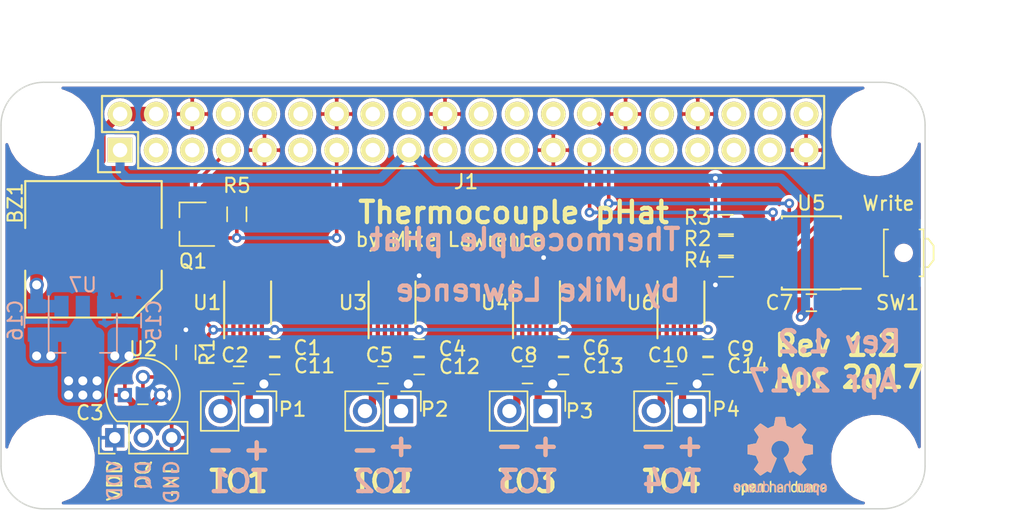
<source format=kicad_pcb>
(kicad_pcb (version 4) (host pcbnew 4.0.5)
  (layers (0 F.Cu signal) (31 B.Cu signal) (34 B.Paste user hide) (35 F.Paste user hide) (36 B.SilkS user) (37 F.SilkS user) (38 B.Mask user hide) (39 F.Mask user hide) (44 Edge.Cuts user))
  (net 0 "")
  (net 1 "Net-(J1-Pad36)")
  (net 2 "Net-(J1-Pad40)")
  (net 3 "Net-(J1-Pad38)")
  (net 4 "Net-(J1-Pad18)")
  (net 5 "Net-(J1-Pad24)")
  (net 6 "Net-(J1-Pad22)")
  (net 7 "Net-(J1-Pad32)")
  (net 8 "Net-(J1-Pad26)")
  (net 9 "Net-(J1-Pad12)")
  (net 10 "Net-(J1-Pad16)")
  (net 11 "Net-(J1-Pad37)")
  (net 12 "Net-(J1-Pad33)")
  (net 13 "Net-(J1-Pad35)")
  (net 14 "Net-(J1-Pad31)")
  (net 15 "Net-(J1-Pad23)")
  (net 16 "Net-(J1-Pad21)")
  (net 17 "Net-(J1-Pad19)")
  (net 18 "Net-(J1-Pad3)")
  (net 19 "Net-(J1-Pad5)")
  (net 20 "Net-(J1-Pad15)")
  (net 21 "Net-(J1-Pad11)")
  (net 22 GND)
  (net 23 +3V3)
  (net 24 /ID_SC)
  (net 25 /ID_SD)
  (net 26 /W1)
  (net 27 "Net-(R4-Pad2)")
  (net 28 /TC1-)
  (net 29 /TC1+)
  (net 30 /TC2-)
  (net 31 /TC2+)
  (net 32 /TC3-)
  (net 33 /TC3+)
  (net 34 /TC4-)
  (net 35 /TC4+)
  (net 36 +5V)
  (net 37 "Net-(BZ1-Pad2)")
  (net 38 /ALERT)
  (net 39 "Net-(J1-Pad29)")
  (net 40 "Net-(J1-Pad10)")
  (net 41 "Net-(J1-Pad8)")
  (net 42 +3.3VA)
  (module Capacitors_SMD:C_0805 (layer B.Cu) (at 21.5 41.25 90)
    (fp_text reference C15 (at 0 1.75 270) (layer B.SilkS) (effects (justify mirror)))
    (fp_text value 2.2uF hide)
    (pad 1 smd rect (at -1 0 90) (size 1 1.25) (layers B.Cu B.Paste B.Mask) (net 22 GND))
    (pad 2 smd rect (at 1 0 90) (size 1 1.25) (layers B.Cu B.Paste B.Mask) (net 42 +3.3VA))
  )
  (module Pin_Headers:Pin_Header_Straight_1x03_Pitch2.00mm (layer F.Cu) (at 20.5 49.5 90)
    (fp_text reference P6 hide)
    (fp_text value CONN_01X03 hide)
    (pad 1 thru_hole rect (at 0 0 90) (size 1.35 1.35) (drill 0.8) (layers *.Cu *.Mask) (net 42 +3.3VA))
    (pad 2 thru_hole oval (at 0 2 90) (size 1.35 1.35) (drill 0.8) (layers *.Cu *.Mask) (net 26 /W1))
    (pad 3 thru_hole oval (at 0 4 90) (size 1.35 1.35) (drill 0.8) (layers *.Cu *.Mask) (net 22 GND))
  )
  (module Symbols:OSHW-Logo2_7.3x6mm_SilkScreen (layer B.Cu) (at 67.31 50.8 180)
    (fp_text reference REF*** hide)
    (fp_text value OSHW-Logo2_7.3x6mm_SilkScreen hide)
  )
  (module Capacitors_SMD:C_0603 (layer F.Cu) (at 29.21 45.085 180)
    (fp_text reference C2 (at 0.254 1.397 180) (layer F.SilkS))
    (fp_text value 10nF hide)
    (pad 1 smd rect (at -0.75 0 180) (size 0.8 0.75) (layers F.Cu F.Paste F.Mask) (net 29 /TC1+))
    (pad 2 smd rect (at 0.75 0 180) (size 0.8 0.75) (layers F.Cu F.Paste F.Mask) (net 28 /TC1-))
  )
  (module Pin_Headers:Pin_Header_Straight_1x02_Pitch2.54mm (layer F.Cu) (at 60.96 47.625 270)
    (fp_text reference P4 (at -0.125 -2.54 360) (layer F.SilkS))
    (fp_text value CONN_01X02 hide)
    (pad 1 thru_hole rect (at 0 0 270) (size 1.7 1.7) (drill 1) (layers *.Cu *.Mask) (net 35 /TC4+))
    (pad 2 thru_hole oval (at 0 2.54 270) (size 1.7 1.7) (drill 1) (layers *.Cu *.Mask) (net 34 /TC4-))
  )
  (module Housings_DFN_QFN_ML:TDFN-10-1EP_3x4mm_Pitch0.5mm (layer F.Cu) (at 29.845 40.005 90)
    (fp_text reference U1 (at 0.005 -2.845 360) (layer F.SilkS))
    (fp_text value MAX31850K hide)
    (pad 1 smd rect (at -1.92 -1 90) (size 0.79 0.3) (layers F.Cu F.Paste F.Mask) (net 22 GND))
    (pad 2 smd rect (at -1.92 -0.5 90) (size 0.79 0.3) (layers F.Cu F.Paste F.Mask) (net 28 /TC1-))
    (pad 3 smd rect (at -1.92 0 90) (size 0.79 0.3) (layers F.Cu F.Paste F.Mask) (net 29 /TC1+))
    (pad 4 smd rect (at -1.92 0.5 90) (size 0.79 0.3) (layers F.Cu F.Paste F.Mask) (net 42 +3.3VA))
    (pad 5 smd rect (at -1.92 1 90) (size 0.79 0.3) (layers F.Cu F.Paste F.Mask) (net 26 /W1))
    (pad 6 smd rect (at 1.92 1 90) (size 0.79 0.3) (layers F.Cu F.Paste F.Mask) (net 22 GND))
    (pad 7 smd rect (at 1.92 0.5 90) (size 0.79 0.3) (layers F.Cu F.Paste F.Mask) (net 22 GND))
    (pad 8 smd rect (at 1.92 0 90) (size 0.79 0.3) (layers F.Cu F.Paste F.Mask) (net 22 GND))
    (pad 9 smd rect (at 1.92 -0.5 90) (size 0.79 0.3) (layers F.Cu F.Paste F.Mask) (net 22 GND))
    (pad 10 smd rect (at 1.92 -1 90) (size 0.79 0.3) (layers F.Cu F.Paste F.Mask))
    (pad 11 smd rect (at 0.65 0.575 90) (size 1.3 1.15) (layers F.Cu F.Paste F.Mask) (net 22 GND))
    (pad 11 smd rect (at 0.65 -0.575 90) (size 1.3 1.15) (layers F.Cu F.Paste F.Mask) (net 22 GND))
    (pad 11 smd rect (at -0.65 0.575 90) (size 1.3 1.15) (layers F.Cu F.Paste F.Mask) (net 22 GND))
    (pad 11 smd rect (at -0.65 -0.575 90) (size 1.3 1.15) (layers F.Cu F.Paste F.Mask) (net 22 GND))
  )
  (module RPi_Hat:RPi_Hat_Mounting_Hole (layer F.Cu) (at 16 51)
    (fp_text reference "" hide)
    (fp_text value "" hide)
    (pad "" np_thru_hole circle (at 0 0) (size 2.75 2.75) (drill 2.75) (layers *.Cu *.Mask) (clearance 1.725))
  )
  (module RPi_Hat:RPi_Hat_Mounting_Hole (layer F.Cu) (at 74 28)
    (fp_text reference "" hide)
    (fp_text value "" hide)
    (pad "" np_thru_hole circle (at 0 0) (size 2.75 2.75) (drill 2.75) (layers *.Cu *.Mask) (clearance 1.725))
  )
  (module RPi_Hat:RPi_Hat_Mounting_Hole (layer F.Cu) (at 74 51)
    (fp_text reference "" hide)
    (fp_text value "" hide)
    (pad "" np_thru_hole circle (at 0 0) (size 2.75 2.75) (drill 2.75) (layers *.Cu *.Mask) (clearance 1.725))
  )
  (module RPi_Hat:RPi_Hat_Mounting_Hole (layer F.Cu) (at 16 28)
    (fp_text reference "" hide)
    (fp_text value "" hide)
    (pad "" np_thru_hole circle (at 0 0) (size 2.75 2.75) (drill 2.75) (layers *.Cu *.Mask) (clearance 1.725))
  )
  (module Capacitors_SMD:C_0603 (layer F.Cu) (at 31.75 43.18 180)
    (fp_text reference C1 (at -2.286 0 180) (layer F.SilkS))
    (fp_text value 0.1uF hide)
    (pad 1 smd rect (at -0.75 0 180) (size 0.8 0.75) (layers F.Cu F.Paste F.Mask) (net 22 GND))
    (pad 2 smd rect (at 0.75 0 180) (size 0.8 0.75) (layers F.Cu F.Paste F.Mask) (net 42 +3.3VA))
  )
  (module Capacitors_SMD:C_0603 (layer F.Cu) (at 41.91 43.18 180)
    (fp_text reference C4 (at -2.34 -0.07 180) (layer F.SilkS))
    (fp_text value 0.1uF hide)
    (pad 1 smd rect (at -0.75 0 180) (size 0.8 0.75) (layers F.Cu F.Paste F.Mask) (net 22 GND))
    (pad 2 smd rect (at 0.75 0 180) (size 0.8 0.75) (layers F.Cu F.Paste F.Mask) (net 42 +3.3VA))
  )
  (module Capacitors_SMD:C_0603 (layer F.Cu) (at 39.37 45.085 180)
    (fp_text reference C5 (at 0.254 1.397 180) (layer F.SilkS))
    (fp_text value 10nF hide)
    (pad 1 smd rect (at -0.75 0 180) (size 0.8 0.75) (layers F.Cu F.Paste F.Mask) (net 31 /TC2+))
    (pad 2 smd rect (at 0.75 0 180) (size 0.8 0.75) (layers F.Cu F.Paste F.Mask) (net 30 /TC2-))
  )
  (module Capacitors_SMD:C_0603 (layer F.Cu) (at 52.07 43.18 180)
    (fp_text reference C6 (at -2.286 0 180) (layer F.SilkS))
    (fp_text value 0.1uF hide)
    (pad 1 smd rect (at -0.75 0 180) (size 0.8 0.75) (layers F.Cu F.Paste F.Mask) (net 22 GND))
    (pad 2 smd rect (at 0.75 0 180) (size 0.8 0.75) (layers F.Cu F.Paste F.Mask) (net 42 +3.3VA))
  )
  (module Capacitors_SMD:C_0603 (layer F.Cu) (at 69.5 40)
    (fp_text reference C7 (at -2.25 0) (layer F.SilkS))
    (fp_text value 0.1uF hide)
    (pad 1 smd rect (at -0.75 0) (size 0.8 0.75) (layers F.Cu F.Paste F.Mask) (net 23 +3V3))
    (pad 2 smd rect (at 0.75 0) (size 0.8 0.75) (layers F.Cu F.Paste F.Mask) (net 22 GND))
  )
  (module Capacitors_SMD:C_0603 (layer F.Cu) (at 49.53 45.085 180)
    (fp_text reference C8 (at 0.254 1.397 180) (layer F.SilkS))
    (fp_text value 10nF hide)
    (pad 1 smd rect (at -0.75 0 180) (size 0.8 0.75) (layers F.Cu F.Paste F.Mask) (net 33 /TC3+))
    (pad 2 smd rect (at 0.75 0 180) (size 0.8 0.75) (layers F.Cu F.Paste F.Mask) (net 32 /TC3-))
  )
  (module Capacitors_SMD:C_0603 (layer F.Cu) (at 62.23 43.18 180)
    (fp_text reference C9 (at -2.286 -0.07 180) (layer F.SilkS))
    (fp_text value 0.1uF hide)
    (pad 1 smd rect (at -0.75 0 180) (size 0.8 0.75) (layers F.Cu F.Paste F.Mask) (net 22 GND))
    (pad 2 smd rect (at 0.75 0 180) (size 0.8 0.75) (layers F.Cu F.Paste F.Mask) (net 42 +3.3VA))
  )
  (module Capacitors_SMD:C_0603 (layer F.Cu) (at 59.69 45.085 180)
    (fp_text reference C10 (at 0.254 1.397 180) (layer F.SilkS))
    (fp_text value 10nF hide)
    (pad 1 smd rect (at -0.75 0 180) (size 0.8 0.75) (layers F.Cu F.Paste F.Mask) (net 35 /TC4+))
    (pad 2 smd rect (at 0.75 0 180) (size 0.8 0.75) (layers F.Cu F.Paste F.Mask) (net 34 /TC4-))
  )
  (module Resistors_SMD:R_0603 (layer F.Cu) (at 25.5 43.5 90)
    (fp_text reference R1 (at 0 1.5 270) (layer F.SilkS))
    (fp_text value 4.7k hide)
    (pad 1 smd rect (at -0.75 0 90) (size 0.5 0.9) (layers F.Cu F.Paste F.Mask) (net 26 /W1))
    (pad 2 smd rect (at 0.75 0 90) (size 0.5 0.9) (layers F.Cu F.Paste F.Mask) (net 42 +3.3VA))
  )
  (module Resistors_SMD:R_0603 (layer F.Cu) (at 63.5 36)
    (fp_text reference R2 (at -2 -0.5) (layer F.SilkS))
    (fp_text value 3.9k hide)
    (pad 1 smd rect (at -0.75 0) (size 0.5 0.9) (layers F.Cu F.Paste F.Mask) (net 23 +3V3))
    (pad 2 smd rect (at 0.75 0) (size 0.5 0.9) (layers F.Cu F.Paste F.Mask) (net 24 /ID_SC))
  )
  (module Resistors_SMD:R_0603 (layer F.Cu) (at 63.5 34.5)
    (fp_text reference R3 (at -2 -0.5) (layer F.SilkS))
    (fp_text value 3.9k hide)
    (pad 1 smd rect (at -0.75 0) (size 0.5 0.9) (layers F.Cu F.Paste F.Mask) (net 23 +3V3))
    (pad 2 smd rect (at 0.75 0) (size 0.5 0.9) (layers F.Cu F.Paste F.Mask) (net 25 /ID_SD))
  )
  (module Resistors_SMD:R_0603 (layer F.Cu) (at 63.5 37.5)
    (fp_text reference R4 (at -2 -0.5) (layer F.SilkS))
    (fp_text value 1k hide)
    (pad 1 smd rect (at -0.75 0) (size 0.5 0.9) (layers F.Cu F.Paste F.Mask) (net 23 +3V3))
    (pad 2 smd rect (at 0.75 0) (size 0.5 0.9) (layers F.Cu F.Paste F.Mask) (net 27 "Net-(R4-Pad2)"))
  )
  (module Buttons_Switches_SMD:SW_SPST_B3U-3000P-B (layer F.Cu) (at 76 36.5 270)
    (fp_text reference SW1 (at 3.505 0.435 540) (layer F.SilkS))
    (fp_text value Write hide)
    (pad 1 smd rect (at -1.7 0 270) (size 0.9 1.7) (layers F.Cu F.Paste F.Mask) (net 27 "Net-(R4-Pad2)"))
    (pad 2 smd rect (at 1.7 0 270) (size 0.9 1.7) (layers F.Cu F.Paste F.Mask) (net 22 GND))
    (pad "" np_thru_hole circle (at 0 0 270) (size 0.8 0.8) (drill 0.8) (layers *.Cu *.Mask))
  )
  (module Housings_DFN_QFN_ML:TDFN-10-1EP_3x4mm_Pitch0.5mm (layer F.Cu) (at 40.005 40.005 90)
    (fp_text reference U3 (at 0.005 -2.755 360) (layer F.SilkS))
    (fp_text value MAX31850K hide)
    (pad 1 smd rect (at -1.92 -1 90) (size 0.79 0.3) (layers F.Cu F.Paste F.Mask) (net 22 GND))
    (pad 2 smd rect (at -1.92 -0.5 90) (size 0.79 0.3) (layers F.Cu F.Paste F.Mask) (net 30 /TC2-))
    (pad 3 smd rect (at -1.92 0 90) (size 0.79 0.3) (layers F.Cu F.Paste F.Mask) (net 31 /TC2+))
    (pad 4 smd rect (at -1.92 0.5 90) (size 0.79 0.3) (layers F.Cu F.Paste F.Mask) (net 42 +3.3VA))
    (pad 5 smd rect (at -1.92 1 90) (size 0.79 0.3) (layers F.Cu F.Paste F.Mask) (net 26 /W1))
    (pad 6 smd rect (at 1.92 1 90) (size 0.79 0.3) (layers F.Cu F.Paste F.Mask) (net 42 +3.3VA))
    (pad 7 smd rect (at 1.92 0.5 90) (size 0.79 0.3) (layers F.Cu F.Paste F.Mask) (net 22 GND))
    (pad 8 smd rect (at 1.92 0 90) (size 0.79 0.3) (layers F.Cu F.Paste F.Mask) (net 22 GND))
    (pad 9 smd rect (at 1.92 -0.5 90) (size 0.79 0.3) (layers F.Cu F.Paste F.Mask) (net 22 GND))
    (pad 10 smd rect (at 1.92 -1 90) (size 0.79 0.3) (layers F.Cu F.Paste F.Mask))
    (pad 11 smd rect (at 0.65 0.575 90) (size 1.3 1.15) (layers F.Cu F.Paste F.Mask) (net 22 GND))
    (pad 11 smd rect (at 0.65 -0.575 90) (size 1.3 1.15) (layers F.Cu F.Paste F.Mask) (net 22 GND))
    (pad 11 smd rect (at -0.65 0.575 90) (size 1.3 1.15) (layers F.Cu F.Paste F.Mask) (net 22 GND))
    (pad 11 smd rect (at -0.65 -0.575 90) (size 1.3 1.15) (layers F.Cu F.Paste F.Mask) (net 22 GND))
  )
  (module Housings_DFN_QFN_ML:TDFN-10-1EP_3x4mm_Pitch0.5mm (layer F.Cu) (at 50.165 40 90)
    (fp_text reference U4 (at 0 -2.915 360) (layer F.SilkS))
    (fp_text value MAX31850K hide)
    (pad 1 smd rect (at -1.92 -1 90) (size 0.79 0.3) (layers F.Cu F.Paste F.Mask) (net 22 GND))
    (pad 2 smd rect (at -1.92 -0.5 90) (size 0.79 0.3) (layers F.Cu F.Paste F.Mask) (net 32 /TC3-))
    (pad 3 smd rect (at -1.92 0 90) (size 0.79 0.3) (layers F.Cu F.Paste F.Mask) (net 33 /TC3+))
    (pad 4 smd rect (at -1.92 0.5 90) (size 0.79 0.3) (layers F.Cu F.Paste F.Mask) (net 42 +3.3VA))
    (pad 5 smd rect (at -1.92 1 90) (size 0.79 0.3) (layers F.Cu F.Paste F.Mask) (net 26 /W1))
    (pad 6 smd rect (at 1.92 1 90) (size 0.79 0.3) (layers F.Cu F.Paste F.Mask) (net 22 GND))
    (pad 7 smd rect (at 1.92 0.5 90) (size 0.79 0.3) (layers F.Cu F.Paste F.Mask) (net 42 +3.3VA))
    (pad 8 smd rect (at 1.92 0 90) (size 0.79 0.3) (layers F.Cu F.Paste F.Mask) (net 22 GND))
    (pad 9 smd rect (at 1.92 -0.5 90) (size 0.79 0.3) (layers F.Cu F.Paste F.Mask) (net 22 GND))
    (pad 10 smd rect (at 1.92 -1 90) (size 0.79 0.3) (layers F.Cu F.Paste F.Mask))
    (pad 11 smd rect (at 0.65 0.575 90) (size 1.3 1.15) (layers F.Cu F.Paste F.Mask) (net 22 GND))
    (pad 11 smd rect (at 0.65 -0.575 90) (size 1.3 1.15) (layers F.Cu F.Paste F.Mask) (net 22 GND))
    (pad 11 smd rect (at -0.65 0.575 90) (size 1.3 1.15) (layers F.Cu F.Paste F.Mask) (net 22 GND))
    (pad 11 smd rect (at -0.65 -0.575 90) (size 1.3 1.15) (layers F.Cu F.Paste F.Mask) (net 22 GND))
  )
  (module Housings_SOIC:SOIC-8_3.9x4.9mm_Pitch1.27mm (layer F.Cu) (at 69.5 36.5 180)
    (fp_text reference U5 (at 0 3.5 180) (layer F.SilkS))
    (fp_text value AT24CS32 hide)
    (pad 1 smd rect (at -2.7 -1.905 180) (size 1.55 0.6) (layers F.Cu F.Paste F.Mask) (net 22 GND))
    (pad 2 smd rect (at -2.7 -0.635 180) (size 1.55 0.6) (layers F.Cu F.Paste F.Mask) (net 22 GND))
    (pad 3 smd rect (at -2.7 0.635 180) (size 1.55 0.6) (layers F.Cu F.Paste F.Mask) (net 22 GND))
    (pad 4 smd rect (at -2.7 1.905 180) (size 1.55 0.6) (layers F.Cu F.Paste F.Mask) (net 22 GND))
    (pad 5 smd rect (at 2.7 1.905 180) (size 1.55 0.6) (layers F.Cu F.Paste F.Mask) (net 25 /ID_SD))
    (pad 6 smd rect (at 2.7 0.635 180) (size 1.55 0.6) (layers F.Cu F.Paste F.Mask) (net 24 /ID_SC))
    (pad 7 smd rect (at 2.7 -0.635 180) (size 1.55 0.6) (layers F.Cu F.Paste F.Mask) (net 27 "Net-(R4-Pad2)"))
    (pad 8 smd rect (at 2.7 -1.905 180) (size 1.55 0.6) (layers F.Cu F.Paste F.Mask) (net 23 +3V3))
  )
  (module Housings_DFN_QFN_ML:TDFN-10-1EP_3x4mm_Pitch0.5mm (layer F.Cu) (at 60.325 40.005 90)
    (fp_text reference U6 (at 0.005 -2.825 360) (layer F.SilkS))
    (fp_text value MAX31850K hide)
    (pad 1 smd rect (at -1.92 -1 90) (size 0.79 0.3) (layers F.Cu F.Paste F.Mask) (net 22 GND))
    (pad 2 smd rect (at -1.92 -0.5 90) (size 0.79 0.3) (layers F.Cu F.Paste F.Mask) (net 34 /TC4-))
    (pad 3 smd rect (at -1.92 0 90) (size 0.79 0.3) (layers F.Cu F.Paste F.Mask) (net 35 /TC4+))
    (pad 4 smd rect (at -1.92 0.5 90) (size 0.79 0.3) (layers F.Cu F.Paste F.Mask) (net 42 +3.3VA))
    (pad 5 smd rect (at -1.92 1 90) (size 0.79 0.3) (layers F.Cu F.Paste F.Mask) (net 26 /W1))
    (pad 6 smd rect (at 1.92 1 90) (size 0.79 0.3) (layers F.Cu F.Paste F.Mask) (net 42 +3.3VA))
    (pad 7 smd rect (at 1.92 0.5 90) (size 0.79 0.3) (layers F.Cu F.Paste F.Mask) (net 42 +3.3VA))
    (pad 8 smd rect (at 1.92 0 90) (size 0.79 0.3) (layers F.Cu F.Paste F.Mask) (net 22 GND))
    (pad 9 smd rect (at 1.92 -0.5 90) (size 0.79 0.3) (layers F.Cu F.Paste F.Mask) (net 22 GND))
    (pad 10 smd rect (at 1.92 -1 90) (size 0.79 0.3) (layers F.Cu F.Paste F.Mask))
    (pad 11 smd rect (at 0.65 0.575 90) (size 1.3 1.15) (layers F.Cu F.Paste F.Mask) (net 22 GND))
    (pad 11 smd rect (at 0.65 -0.575 90) (size 1.3 1.15) (layers F.Cu F.Paste F.Mask) (net 22 GND))
    (pad 11 smd rect (at -0.65 0.575 90) (size 1.3 1.15) (layers F.Cu F.Paste F.Mask) (net 22 GND))
    (pad 11 smd rect (at -0.65 -0.575 90) (size 1.3 1.15) (layers F.Cu F.Paste F.Mask) (net 22 GND))
  )
  (module Pin_Headers:Pin_Header_Straight_1x02_Pitch2.54mm (layer F.Cu) (at 30.48 47.625 270)
    (fp_text reference P1 (at -0.125 -2.52 540) (layer F.SilkS))
    (fp_text value CONN_01X02 hide)
    (pad 1 thru_hole rect (at 0 0 270) (size 1.7 1.7) (drill 1) (layers *.Cu *.Mask) (net 29 /TC1+))
    (pad 2 thru_hole oval (at 0 2.54 270) (size 1.7 1.7) (drill 1) (layers *.Cu *.Mask) (net 28 /TC1-))
  )
  (module Pin_Headers:Pin_Header_Straight_1x02_Pitch2.54mm (layer F.Cu) (at 40.64 47.625 270)
    (fp_text reference P2 (at -0.125 -2.36 360) (layer F.SilkS))
    (fp_text value CONN_01X02 hide)
    (pad 1 thru_hole rect (at 0 0 270) (size 1.7 1.7) (drill 1) (layers *.Cu *.Mask) (net 31 /TC2+))
    (pad 2 thru_hole oval (at 0 2.54 270) (size 1.7 1.7) (drill 1) (layers *.Cu *.Mask) (net 30 /TC2-))
  )
  (module Pin_Headers:Pin_Header_Straight_1x02_Pitch2.54mm (layer F.Cu) (at 50.8 47.625 270)
    (fp_text reference P3 (at 0 -2.39 360) (layer F.SilkS))
    (fp_text value CONN_01X02 hide)
    (pad 1 thru_hole rect (at 0 0 270) (size 1.7 1.7) (drill 1) (layers *.Cu *.Mask) (net 33 /TC3+))
    (pad 2 thru_hole oval (at 0 2.54 270) (size 1.7 1.7) (drill 1) (layers *.Cu *.Mask) (net 32 /TC3-))
  )
  (module cui-ml:CMI-9655S-SMT (layer F.Cu) (at 19 36.25)
    (fp_text reference BZ1 (at -5.5 -3.25 90) (layer F.SilkS))
    (fp_text value Buzzer hide)
    (pad 1 smd rect (at -4 0) (size 3 2.5) (layers F.Cu F.Paste F.Mask) (net 36 +5V))
    (pad 2 smd rect (at 4 0) (size 3 2.5) (layers F.Cu F.Paste F.Mask) (net 37 "Net-(BZ1-Pad2)"))
  )
  (module TO_SOT_Packages_SMD:TSOT-23 (layer F.Cu) (at 26 34.5 180)
    (fp_text reference Q1 (at 0 -2.584 180) (layer F.SilkS))
    (fp_text value NUD3124 hide)
    (pad 1 smd rect (at -1.31 -0.95 180) (size 1.22 0.65) (layers F.Cu F.Paste F.Mask) (net 38 /ALERT))
    (pad 2 smd rect (at -1.31 0.95 180) (size 1.22 0.65) (layers F.Cu F.Paste F.Mask) (net 22 GND))
    (pad 3 smd rect (at 1.31 0 180) (size 1.22 0.65) (layers F.Cu F.Paste F.Mask) (net 37 "Net-(BZ1-Pad2)"))
  )
  (module Symbols:OSHW-Logo2_7.3x6mm_SilkScreen (layer F.Cu) (at 67.31 50.8)
    (fp_text reference REF*** hide)
    (fp_text value OSHW-Logo2_7.3x6mm_SilkScreen hide)
  )
  (module raspberry-ml:Pin_Header_Straight_2x20 (layer F.Cu) (at 45 28 90)
    (fp_text reference J1 (at -3.496 0.212 360) (layer F.SilkS))
    (fp_text value RPi_GPIO hide)
    (pad 1 thru_hole rect (at -1.27 -24.13 90) (size 1.7272 1.7272) (drill 1.016) (layers *.Cu *.Mask F.SilkS) (net 23 +3V3))
    (pad 2 thru_hole oval (at 1.27 -24.13 90) (size 1.7272 1.7272) (drill 1.016) (layers *.Cu *.Mask F.SilkS) (net 36 +5V))
    (pad 3 thru_hole oval (at -1.27 -21.59 90) (size 1.7272 1.7272) (drill 1.016) (layers *.Cu *.Mask F.SilkS) (net 18 "Net-(J1-Pad3)"))
    (pad 4 thru_hole oval (at 1.27 -21.59 90) (size 1.7272 1.7272) (drill 1.016) (layers *.Cu *.Mask F.SilkS) (net 36 +5V))
    (pad 5 thru_hole oval (at -1.27 -19.05 90) (size 1.7272 1.7272) (drill 1.016) (layers *.Cu *.Mask F.SilkS) (net 19 "Net-(J1-Pad5)"))
    (pad 6 thru_hole oval (at 1.27 -19.05 90) (size 1.7272 1.7272) (drill 1.016) (layers *.Cu *.Mask F.SilkS) (net 22 GND))
    (pad 7 thru_hole oval (at -1.27 -16.51 90) (size 1.7272 1.7272) (drill 1.016) (layers *.Cu *.Mask F.SilkS) (net 26 /W1))
    (pad 8 thru_hole oval (at 1.27 -16.51 90) (size 1.7272 1.7272) (drill 1.016) (layers *.Cu *.Mask F.SilkS) (net 41 "Net-(J1-Pad8)"))
    (pad 9 thru_hole oval (at -1.27 -13.97 90) (size 1.7272 1.7272) (drill 1.016) (layers *.Cu *.Mask F.SilkS) (net 22 GND))
    (pad 10 thru_hole oval (at 1.27 -13.97 90) (size 1.7272 1.7272) (drill 1.016) (layers *.Cu *.Mask F.SilkS) (net 40 "Net-(J1-Pad10)"))
    (pad 11 thru_hole oval (at -1.27 -11.43 90) (size 1.7272 1.7272) (drill 1.016) (layers *.Cu *.Mask F.SilkS) (net 21 "Net-(J1-Pad11)"))
    (pad 12 thru_hole oval (at 1.27 -11.43 90) (size 1.7272 1.7272) (drill 1.016) (layers *.Cu *.Mask F.SilkS) (net 9 "Net-(J1-Pad12)"))
    (pad 13 thru_hole oval (at -1.27 -8.89 90) (size 1.7272 1.7272) (drill 1.016) (layers *.Cu *.Mask F.SilkS) (net 38 /ALERT))
    (pad 14 thru_hole oval (at 1.27 -8.89 90) (size 1.7272 1.7272) (drill 1.016) (layers *.Cu *.Mask F.SilkS) (net 22 GND))
    (pad 15 thru_hole oval (at -1.27 -6.35 90) (size 1.7272 1.7272) (drill 1.016) (layers *.Cu *.Mask F.SilkS) (net 20 "Net-(J1-Pad15)"))
    (pad 16 thru_hole oval (at 1.27 -6.35 90) (size 1.7272 1.7272) (drill 1.016) (layers *.Cu *.Mask F.SilkS) (net 10 "Net-(J1-Pad16)"))
    (pad 17 thru_hole oval (at -1.27 -3.81 90) (size 1.7272 1.7272) (drill 1.016) (layers *.Cu *.Mask F.SilkS) (net 23 +3V3))
    (pad 18 thru_hole oval (at 1.27 -3.81 90) (size 1.7272 1.7272) (drill 1.016) (layers *.Cu *.Mask F.SilkS) (net 4 "Net-(J1-Pad18)"))
    (pad 19 thru_hole oval (at -1.27 -1.27 90) (size 1.7272 1.7272) (drill 1.016) (layers *.Cu *.Mask F.SilkS) (net 17 "Net-(J1-Pad19)"))
    (pad 20 thru_hole oval (at 1.27 -1.27 90) (size 1.7272 1.7272) (drill 1.016) (layers *.Cu *.Mask F.SilkS) (net 22 GND))
    (pad 21 thru_hole oval (at -1.27 1.27 90) (size 1.7272 1.7272) (drill 1.016) (layers *.Cu *.Mask F.SilkS) (net 16 "Net-(J1-Pad21)"))
    (pad 22 thru_hole oval (at 1.27 1.27 90) (size 1.7272 1.7272) (drill 1.016) (layers *.Cu *.Mask F.SilkS) (net 6 "Net-(J1-Pad22)"))
    (pad 23 thru_hole oval (at -1.27 3.81 90) (size 1.7272 1.7272) (drill 1.016) (layers *.Cu *.Mask F.SilkS) (net 15 "Net-(J1-Pad23)"))
    (pad 24 thru_hole oval (at 1.27 3.81 90) (size 1.7272 1.7272) (drill 1.016) (layers *.Cu *.Mask F.SilkS) (net 5 "Net-(J1-Pad24)"))
    (pad 25 thru_hole oval (at -1.27 6.35 90) (size 1.7272 1.7272) (drill 1.016) (layers *.Cu *.Mask F.SilkS) (net 22 GND))
    (pad 26 thru_hole oval (at 1.27 6.35 90) (size 1.7272 1.7272) (drill 1.016) (layers *.Cu *.Mask F.SilkS) (net 8 "Net-(J1-Pad26)"))
    (pad 27 thru_hole oval (at -1.27 8.89 90) (size 1.7272 1.7272) (drill 1.016) (layers *.Cu *.Mask F.SilkS) (net 25 /ID_SD))
    (pad 28 thru_hole oval (at 1.27 8.89 90) (size 1.7272 1.7272) (drill 1.016) (layers *.Cu *.Mask F.SilkS) (net 24 /ID_SC))
    (pad 29 thru_hole oval (at -1.27 11.43 90) (size 1.7272 1.7272) (drill 1.016) (layers *.Cu *.Mask F.SilkS) (net 39 "Net-(J1-Pad29)"))
    (pad 30 thru_hole oval (at 1.27 11.43 90) (size 1.7272 1.7272) (drill 1.016) (layers *.Cu *.Mask F.SilkS) (net 22 GND))
    (pad 31 thru_hole oval (at -1.27 13.97 90) (size 1.7272 1.7272) (drill 1.016) (layers *.Cu *.Mask F.SilkS) (net 14 "Net-(J1-Pad31)"))
    (pad 32 thru_hole oval (at 1.27 13.97 90) (size 1.7272 1.7272) (drill 1.016) (layers *.Cu *.Mask F.SilkS) (net 7 "Net-(J1-Pad32)"))
    (pad 33 thru_hole oval (at -1.27 16.51 90) (size 1.7272 1.7272) (drill 1.016) (layers *.Cu *.Mask F.SilkS) (net 12 "Net-(J1-Pad33)"))
    (pad 34 thru_hole oval (at 1.27 16.51 90) (size 1.7272 1.7272) (drill 1.016) (layers *.Cu *.Mask F.SilkS) (net 22 GND))
    (pad 35 thru_hole oval (at -1.27 19.05 90) (size 1.7272 1.7272) (drill 1.016) (layers *.Cu *.Mask F.SilkS) (net 13 "Net-(J1-Pad35)"))
    (pad 36 thru_hole oval (at 1.27 19.05 90) (size 1.7272 1.7272) (drill 1.016) (layers *.Cu *.Mask F.SilkS) (net 1 "Net-(J1-Pad36)"))
    (pad 37 thru_hole oval (at -1.27 21.59 90) (size 1.7272 1.7272) (drill 1.016) (layers *.Cu *.Mask F.SilkS) (net 11 "Net-(J1-Pad37)"))
    (pad 38 thru_hole oval (at 1.27 21.59 90) (size 1.7272 1.7272) (drill 1.016) (layers *.Cu *.Mask F.SilkS) (net 3 "Net-(J1-Pad38)"))
    (pad 39 thru_hole oval (at -1.27 24.13 90) (size 1.7272 1.7272) (drill 1.016) (layers *.Cu *.Mask F.SilkS) (net 22 GND))
    (pad 40 thru_hole oval (at 1.27 24.13 90) (size 1.7272 1.7272) (drill 1.016) (layers *.Cu *.Mask F.SilkS) (net 2 "Net-(J1-Pad40)"))
  )
  (module Capacitors_SMD:C_0603 (layer F.Cu) (at 22.479 47.752)
    (fp_text reference C3 (at -3.729 -0.002 180) (layer F.SilkS))
    (fp_text value 0.1uF hide)
    (pad 1 smd rect (at -0.75 0) (size 0.8 0.75) (layers F.Cu F.Paste F.Mask) (net 22 GND))
    (pad 2 smd rect (at 0.75 0) (size 0.8 0.75) (layers F.Cu F.Paste F.Mask) (net 42 +3.3VA))
  )
  (module Resistors_SMD:R_0603 (layer F.Cu) (at 29.083 33.782 270)
    (fp_text reference R5 (at -2.02184 -0.00508 540) (layer F.SilkS))
    (fp_text value 4.7k hide)
    (pad 1 smd rect (at -0.75 0 270) (size 0.5 0.9) (layers F.Cu F.Paste F.Mask) (net 22 GND))
    (pad 2 smd rect (at 0.75 0 270) (size 0.5 0.9) (layers F.Cu F.Paste F.Mask) (net 38 /ALERT))
  )
  (module TO_SOT_Packages_THT:TO-92_Molded_Narrow (layer F.Cu) (at 21.21 46.5)
    (fp_text reference U2 (at 1.29 -3.25) (layer F.SilkS))
    (fp_text value DS18S20 hide)
    (pad 2 thru_hole circle (at 1.27 -1.27 90) (size 1 1) (drill 0.6) (layers *.Cu *.Mask) (net 26 /W1))
    (pad 3 thru_hole circle (at 2.54 0 90) (size 1 1) (drill 0.6) (layers *.Cu *.Mask) (net 42 +3.3VA))
    (pad 1 thru_hole rect (at 0 0 90) (size 1 1) (drill 0.6) (layers *.Cu *.Mask) (net 22 GND))
  )
  (module Capacitors_SMD:C_0603 (layer F.Cu) (at 31.75 44.45)
    (fp_text reference C11 (at 2.794 0) (layer F.SilkS))
    (fp_text value 10nF hide)
    (pad 1 smd rect (at -0.75 0) (size 0.8 0.75) (layers F.Cu F.Paste F.Mask) (net 42 +3.3VA))
    (pad 2 smd rect (at 0.75 0) (size 0.8 0.75) (layers F.Cu F.Paste F.Mask) (net 22 GND))
  )
  (module Capacitors_SMD:C_0603 (layer F.Cu) (at 41.91 44.45)
    (fp_text reference C12 (at 2.84 0.05) (layer F.SilkS))
    (fp_text value 10nF hide)
    (pad 1 smd rect (at -0.75 0) (size 0.8 0.75) (layers F.Cu F.Paste F.Mask) (net 42 +3.3VA))
    (pad 2 smd rect (at 0.75 0) (size 0.8 0.75) (layers F.Cu F.Paste F.Mask) (net 22 GND))
  )
  (module Capacitors_SMD:C_0603 (layer F.Cu) (at 52.07 44.45)
    (fp_text reference C13 (at 2.794 0) (layer F.SilkS))
    (fp_text value 10nF hide)
    (pad 1 smd rect (at -0.75 0) (size 0.8 0.75) (layers F.Cu F.Paste F.Mask) (net 42 +3.3VA))
    (pad 2 smd rect (at 0.75 0) (size 0.8 0.75) (layers F.Cu F.Paste F.Mask) (net 22 GND))
  )
  (module Capacitors_SMD:C_0603 (layer F.Cu) (at 62.23 44.45)
    (fp_text reference C14 (at 2.794 0) (layer F.SilkS))
    (fp_text value 10nF hide)
    (pad 1 smd rect (at -0.75 0) (size 0.8 0.75) (layers F.Cu F.Paste F.Mask) (net 42 +3.3VA))
    (pad 2 smd rect (at 0.75 0) (size 0.8 0.75) (layers F.Cu F.Paste F.Mask) (net 22 GND))
  )
  (module Capacitors_SMD:C_0805 (layer B.Cu) (at 15 41.25 90)
    (fp_text reference C16 (at 0 -1.5 270) (layer B.SilkS) (effects (justify mirror)))
    (fp_text value 2.2uF hide)
    (pad 1 smd rect (at -1 0 90) (size 1 1.25) (layers B.Cu B.Paste B.Mask) (net 22 GND))
    (pad 2 smd rect (at 1 0 90) (size 1 1.25) (layers B.Cu B.Paste B.Mask) (net 36 +5V))
  )
  (module TO_SOT_Packages_SMD:SOT89-3_Housing (layer B.Cu) (at 18.25 41.75 270)
    (fp_text reference U7 (at -3 0 360) (layer B.SilkS) (effects (justify mirror)))
    (fp_text value MCP1754ST hide)
    (pad 1 smd rect (at -1.48 1.5) (size 1 1.5) (layers B.Cu B.Paste B.Mask) (net 36 +5V))
    (pad 2 smd rect (at -1.48 0) (size 1 1.5) (layers B.Cu B.Paste B.Mask) (net 22 GND))
    (pad 3 smd rect (at -1.48 -1.5) (size 1 1.5) (layers B.Cu B.Paste B.Mask) (net 42 +3.3VA))
    (pad 2 smd rect (at 1.48 0) (size 2 3) (layers B.Cu B.Paste B.Mask) (net 22 GND))
    (pad 2 smd trapezoid (at -0.37 0 180) (size 1.5 0.75) (rect_delta 0 -0.5) (layers B.Cu B.Paste B.Mask) (net 22 GND))
  )
  (gr_text "by Mike Lawrence" (at 60.452 39.116) (layer B.SilkS) (effects (font (size 1.5 1.5) (thickness 0.3)) (justify left mirror)))
  (gr_text "Thermocouple pHat" (at 37.465 33.655) (layer F.SilkS) (effects (font (size 1.5 1.5) (thickness 0.3)) (justify left)))
  (gr_text Write (at 74.93 33.02) (layer F.SilkS) (effects (font (size 1 1))))
  (gr_text DQ (at 22.5 51 90) (layer B.SilkS) (effects (font (size 1 1)) (justify left mirror)))
  (gr_text GND (at 24.5 51 90) (layer B.SilkS) (effects (font (size 1 1)) (justify left mirror)))
  (gr_text VDD (at 20.5 51 90) (layer B.SilkS) (effects (font (size 1 1)) (justify left mirror)))
  (gr_text TC1 (at 29.21 52.578) (layer B.SilkS) (effects (font (size 1.5 1.5) (thickness 0.3)) (justify mirror)))
  (gr_text - (at 27.94 50.292) (layer B.SilkS) (effects (font (size 1.5 1.5) (thickness 0.3))))
  (gr_text + (at 30.48 50.292) (layer B.SilkS) (effects (font (size 1.5 1.5) (thickness 0.3))))
  (gr_text TC3 (at 49.53 52.578) (layer B.SilkS) (effects (font (size 1.5 1.5) (thickness 0.3)) (justify mirror)))
  (gr_text + (at 50.8 50.038) (layer B.SilkS) (effects (font (size 1.5 1.5) (thickness 0.3))))
  (gr_text - (at 48.26 50.038) (layer B.SilkS) (effects (font (size 1.5 1.5) (thickness 0.3))))
  (gr_text TC2 (at 39.37 52.578) (layer B.SilkS) (effects (font (size 1.5 1.5) (thickness 0.3)) (justify mirror)))
  (gr_text + (at 40.64 50.038) (layer B.SilkS) (effects (font (size 1.5 1.5) (thickness 0.3))))
  (gr_text - (at 38.1 50.292) (layer B.SilkS) (effects (font (size 1.5 1.5) (thickness 0.3))))
  (gr_text TC4 (at 59.69 52.578) (layer B.SilkS) (effects (font (size 1.5 1.5) (thickness 0.3)) (justify mirror)))
  (gr_text - (at 58.42 50.038) (layer B.SilkS) (effects (font (size 1.5 1.5) (thickness 0.3))))
  (gr_text + (at 60.96 50.038) (layer B.SilkS) (effects (font (size 1.5 1.5) (thickness 0.3))))
  (gr_text "Apr 2017" (at 75.75 45.5) (layer B.SilkS) (effects (font (size 1.5 1.5) (thickness 0.3)) (justify left mirror)))
  (gr_text "Rev 1.2" (at 76 42.75) (layer B.SilkS) (effects (font (size 1.5 1.5) (thickness 0.3)) (justify left mirror)))
  (gr_text "Thermocouple pHat" (at 60.452 35.56) (layer B.SilkS) (effects (font (size 1.5 1.5) (thickness 0.3)) (justify left mirror)))
  (gr_text "Apr 2017" (at 66.75 45.25) (layer F.SilkS) (effects (font (size 1.5 1.5) (thickness 0.3)) (justify left)))
  (gr_text "Rev 1.2" (at 66.75 43) (layer F.SilkS) (effects (font (size 1.5 1.5) (thickness 0.3)) (justify left)))
  (gr_text "by Mike Lawrence" (at 37.338 35.56) (layer F.SilkS) (effects (font (size 1 1)) (justify left)))
  (gr_text GND (at 24.5 51 90) (layer F.SilkS) (effects (font (size 1 1)) (justify right)))
  (gr_text DQ (at 22.5 51 90) (layer F.SilkS) (effects (font (size 1 1)) (justify right)))
  (gr_text VDD (at 20.5 51 90) (layer F.SilkS) (effects (font (size 1 1)) (justify right)))
  (gr_text - (at 58.42 50.038) (layer F.SilkS) (effects (font (size 1.5 1.5) (thickness 0.3))))
  (gr_text - (at 48.26 50.038) (layer F.SilkS) (effects (font (size 1.5 1.5) (thickness 0.3))))
  (gr_text - (at 38.1 50.292) (layer F.SilkS) (effects (font (size 1.5 1.5) (thickness 0.3))))
  (gr_text + (at 60.96 50.038) (layer F.SilkS) (effects (font (size 1.5 1.5) (thickness 0.3))))
  (gr_text + (at 50.8 50.038) (layer F.SilkS) (effects (font (size 1.5 1.5) (thickness 0.3))))
  (gr_text + (at 40.64 50.038) (layer F.SilkS) (effects (font (size 1.5 1.5) (thickness 0.3))))
  (gr_text - (at 27.94 50.292) (layer F.SilkS) (effects (font (size 1.5 1.5) (thickness 0.3))))
  (gr_text + (at 30.48 50.292) (layer F.SilkS) (effects (font (size 1.5 1.5) (thickness 0.3))))
  (gr_text TC4 (at 59.69 52.578) (layer F.SilkS) (effects (font (size 1.5 1.5) (thickness 0.3))))
  (gr_text TC3 (at 49.53 52.578) (layer F.SilkS) (effects (font (size 1.5 1.5) (thickness 0.3))))
  (gr_text TC2 (at 39.37 52.578) (layer F.SilkS) (effects (font (size 1.5 1.5) (thickness 0.3))))
  (gr_text TC1 (at 29.21 52.578) (layer F.SilkS) (effects (font (size 1.5 1.5) (thickness 0.3))))
  (gr_arc (start 74.5 51.5) (end 77.5 51.5) (angle 90) (layer Edge.Cuts) (width 0.1))
  (gr_arc (start 15.5 51.5) (end 15.5 54.5) (angle 90) (layer Edge.Cuts) (width 0.1))
  (gr_arc (start 15.5 27.5) (end 12.5 27.5) (angle 90) (layer Edge.Cuts) (width 0.1))
  (gr_arc (start 74.5 27.5) (end 74.5 24.5) (angle 90) (layer Edge.Cuts) (width 0.1))
  (gr_line (start 12.5 27.5) (end 12.5 51.5) (layer Edge.Cuts) (width 0.1))
  (gr_line (start 15.5 54.5) (end 74.5 54.5) (angle 90) (layer Edge.Cuts) (width 0.1))
  (gr_line (start 77.5 27.5) (end 77.5 51.5) (angle 90) (layer Edge.Cuts) (width 0.1))
  (gr_line (start 15.5 24.5) (end 74.5 24.5) (angle 90) (layer Edge.Cuts) (width 0.1))
  (segment (start 15 42.25) (end 16 42.25) (width 1.016) (layer B.Cu) (net 22))
  (segment (start 16 42.25) (end 17.27 42.25) (width 1.016) (layer B.Cu) (net 22))
  (segment (start 16 43.75) (end 16 42.25) (width 1.016) (layer B.Cu) (net 22))
  (segment (start 20.5 43.75) (end 20.5 42.25) (width 1.016) (layer B.Cu) (net 22))
  (segment (start 21.5 42.25) (end 20.5 42.25) (width 1.016) (layer B.Cu) (net 22))
  (segment (start 21.5 43.75) (end 21.5 42.25) (width 1.016) (layer B.Cu) (net 22))
  (segment (start 20.5 43.75) (end 21.5 43.75) (width 1.016) (layer B.Cu) (net 22))
  (via (at 21.5 43.75) (size 1.016) (drill 0.635) (layers F.Cu B.Cu) (net 22))
  (via (at 20.5 43.75) (size 1.016) (drill 0.635) (layers F.Cu B.Cu) (net 22))
  (via (at 16 43.75) (size 1.016) (drill 0.635) (layers F.Cu B.Cu) (net 22))
  (segment (start 15 43.75) (end 16 43.75) (width 1.016) (layer B.Cu) (net 22))
  (segment (start 15 42.25) (end 15 43.75) (width 1.016) (layer B.Cu) (net 22))
  (via (at 15 43.75) (size 1.016) (drill 0.635) (layers F.Cu B.Cu) (net 22))
  (segment (start 18.25 41.38) (end 18.25 43.23) (width 0.635) (layer B.Cu) (net 22))
  (segment (start 18.25 40.27) (end 18.25 41.38) (width 0.635) (layer B.Cu) (net 22))
  (segment (start 17.25 45.5) (end 17.25 42.27) (width 1.016) (layer B.Cu) (net 22))
  (segment (start 17.25 42.27) (end 17.27 42.25) (width 1.016) (layer B.Cu) (net 22))
  (segment (start 19.25 45.5) (end 19.25 42.27) (width 1.016) (layer B.Cu) (net 22))
  (segment (start 19.25 42.27) (end 19.23 42.25) (width 1.016) (layer B.Cu) (net 22))
  (segment (start 17.27 42.25) (end 18.25 43.23) (width 1.016) (layer B.Cu) (net 22))
  (segment (start 17.25 45.5) (end 17.25 44.23) (width 1.016) (layer B.Cu) (net 22))
  (segment (start 17.25 44.23) (end 18.25 43.23) (width 1.016) (layer B.Cu) (net 22))
  (segment (start 19.25 45.5) (end 19.25 44.23) (width 1.016) (layer B.Cu) (net 22))
  (segment (start 19.25 44.23) (end 18.25 43.23) (width 1.016) (layer B.Cu) (net 22))
  (segment (start 19.25 45.5) (end 19.25 46.5) (width 1.016) (layer B.Cu) (net 22))
  (segment (start 17.25 45.5) (end 17.25 46.5) (width 1.016) (layer B.Cu) (net 22))
  (segment (start 18.25 46.5) (end 19.25 46.5) (width 1.016) (layer B.Cu) (net 22))
  (via (at 19.25 46.5) (size 1.016) (drill 0.635) (layers F.Cu B.Cu) (net 22))
  (segment (start 18.25 46.5) (end 17.25 46.5) (width 1.016) (layer B.Cu) (net 22))
  (via (at 17.25 46.5) (size 1.016) (drill 0.635) (layers F.Cu B.Cu) (net 22))
  (segment (start 18.25 45.5) (end 19.25 45.5) (width 1.016) (layer B.Cu) (net 22))
  (via (at 19.25 45.5) (size 1.016) (drill 0.635) (layers F.Cu B.Cu) (net 22))
  (segment (start 18.25 45.5) (end 17.25 45.5) (width 1.016) (layer B.Cu) (net 22))
  (via (at 17.25 45.5) (size 1.016) (drill 0.635) (layers F.Cu B.Cu) (net 22))
  (segment (start 18.25 45.5) (end 18.25 46.5) (width 1.016) (layer B.Cu) (net 22))
  (via (at 18.25 46.5) (size 1.016) (drill 0.635) (layers F.Cu B.Cu) (net 22))
  (segment (start 18.25 43.23) (end 18.25 45.5) (width 1.016) (layer B.Cu) (net 22))
  (via (at 18.25 45.5) (size 1.016) (drill 0.635) (layers F.Cu B.Cu) (net 22))
  (segment (start 19.23 42.25) (end 18.25 43.23) (width 1.016) (layer B.Cu) (net 22))
  (segment (start 21.729 47.752) (end 21.729 47.019) (width 0.508) (layer F.Cu) (net 22))
  (segment (start 21.729 47.019) (end 21.21 46.5) (width 0.508) (layer F.Cu) (net 22))
  (segment (start 59.325 41.925) (end 59.325 42.574) (width 0.254) (layer F.Cu) (net 22))
  (segment (start 60.325 38.085) (end 60.325 37.436) (width 0.254) (layer F.Cu) (net 22))
  (segment (start 60.325 37.436) (end 60.198 37.309) (width 0.254) (layer F.Cu) (net 22))
  (segment (start 59.944 37.317) (end 59.944 37.084) (width 0.254) (layer F.Cu) (net 22))
  (segment (start 59.825 38.085) (end 59.825 37.436) (width 0.254) (layer F.Cu) (net 22))
  (segment (start 59.825 37.436) (end 59.944 37.317) (width 0.254) (layer F.Cu) (net 22))
  (segment (start 51.165 38.08) (end 51.796 38.08) (width 0.254) (layer F.Cu) (net 22))
  (segment (start 51.165 38.08) (end 51.165 37.431) (width 0.254) (layer F.Cu) (net 22))
  (segment (start 51.165 37.431) (end 51.258 37.338) (width 0.254) (layer F.Cu) (net 22))
  (segment (start 50.165 38.08) (end 50.165 37.431) (width 0.254) (layer F.Cu) (net 22))
  (segment (start 50.165 37.431) (end 50.038 37.304) (width 0.254) (layer F.Cu) (net 22))
  (segment (start 49.665 38.08) (end 49.665 37.431) (width 0.254) (layer F.Cu) (net 22))
  (segment (start 49.665 37.431) (end 49.53 37.296) (width 0.254) (layer F.Cu) (net 22))
  (segment (start 49.165 41.92) (end 49.165 42.815) (width 0.254) (layer F.Cu) (net 22))
  (segment (start 39.005 41.925) (end 39.005 42.815) (width 0.254) (layer F.Cu) (net 22))
  (segment (start 40.505 38.085) (end 40.505 37.219) (width 0.254) (layer F.Cu) (net 22))
  (segment (start 40.005 38.085) (end 40.005 37.436) (width 0.254) (layer F.Cu) (net 22))
  (segment (start 40.005 37.436) (end 40.132 37.309) (width 0.254) (layer F.Cu) (net 22))
  (segment (start 39.624 37.317) (end 39.624 37.084) (width 0.254) (layer F.Cu) (net 22))
  (segment (start 39.505 38.085) (end 39.505 37.436) (width 0.254) (layer F.Cu) (net 22))
  (segment (start 39.505 37.436) (end 39.624 37.317) (width 0.254) (layer F.Cu) (net 22))
  (segment (start 28.845 41.925) (end 28.845 42.574) (width 0.254) (layer F.Cu) (net 22))
  (segment (start 28.845 42.574) (end 28.747 42.672) (width 0.254) (layer F.Cu) (net 22))
  (segment (start 29.345 38.085) (end 29.845 38.085) (width 0.254) (layer F.Cu) (net 22))
  (segment (start 29.845 38.085) (end 29.845 37.436) (width 0.254) (layer F.Cu) (net 22))
  (segment (start 29.845 37.436) (end 29.718 37.309) (width 0.254) (layer F.Cu) (net 22))
  (segment (start 30.345 38.085) (end 30.345 37.436) (width 0.254) (layer F.Cu) (net 22))
  (segment (start 30.345 37.436) (end 30.226 37.317) (width 0.254) (layer F.Cu) (net 22))
  (segment (start 30.845 38.085) (end 30.845 37.436) (width 0.254) (layer F.Cu) (net 22))
  (segment (start 30.845 37.436) (end 30.734 37.325) (width 0.254) (layer F.Cu) (net 22))
  (segment (start 29.345 38.085) (end 29.345 37.219) (width 0.254) (layer F.Cu) (net 22))
  (segment (start 39.21 31.25) (end 21.3514 31.25) (width 0.635) (layer B.Cu) (net 23))
  (segment (start 21.3514 31.25) (end 20.87 30.7686) (width 0.635) (layer B.Cu) (net 23))
  (segment (start 20.87 30.7686) (end 20.87 29.27) (width 0.635) (layer B.Cu) (net 23))
  (segment (start 41.19 29.27) (end 39.21 31.25) (width 0.635) (layer B.Cu) (net 23))
  (segment (start 62.75 31.25) (end 67.377946 31.25) (width 0.635) (layer B.Cu) (net 23))
  (segment (start 67.377946 31.25) (end 69.092899 32.964953) (width 0.635) (layer B.Cu) (net 23))
  (segment (start 69.092899 32.964953) (end 69.092899 40.657101) (width 0.635) (layer B.Cu) (net 23))
  (segment (start 69.092899 40.657101) (end 68.75 41) (width 0.635) (layer B.Cu) (net 23))
  (segment (start 41.19 29.27) (end 43.17 31.25) (width 0.635) (layer B.Cu) (net 23))
  (segment (start 43.17 31.25) (end 62.75 31.25) (width 0.635) (layer B.Cu) (net 23))
  (segment (start 62.75 34.5) (end 62.75 31.25) (width 0.254) (layer F.Cu) (net 23))
  (via (at 62.75 31.25) (size 0.6858) (drill 0.3302) (layers F.Cu B.Cu) (net 23))
  (segment (start 68.75 41) (end 68.75 40.75) (width 0.508) (layer F.Cu) (net 23))
  (segment (start 68.75 40) (end 68.395 40) (width 0.508) (layer F.Cu) (net 23))
  (segment (start 68.395 40) (end 66.8 38.405) (width 0.508) (layer F.Cu) (net 23))
  (segment (start 68.75 40) (end 68.75 40.75) (width 0.508) (layer F.Cu) (net 23))
  (via (at 68.75 41) (size 0.6858) (drill 0.3302) (layers F.Cu B.Cu) (net 23))
  (segment (start 62.75 36) (end 62.75 34.5) (width 0.254) (layer F.Cu) (net 23))
  (segment (start 62.75 37.5) (end 62.75 36) (width 0.254) (layer F.Cu) (net 23))
  (segment (start 55.245 33.02) (end 55.245 28.085) (width 0.254) (layer F.Cu) (net 24))
  (segment (start 55.245 28.085) (end 53.89 26.73) (width 0.254) (layer F.Cu) (net 24))
  (segment (start 58.42 33.02) (end 55.245 33.02) (width 0.254) (layer B.Cu) (net 24))
  (via (at 55.245 33.02) (size 0.6858) (drill 0.3302) (layers F.Cu B.Cu) (net 24))
  (segment (start 67.945 33.02) (end 58.42 33.02) (width 0.254) (layer B.Cu) (net 24))
  (segment (start 66.8 35.865) (end 67.275 35.865) (width 0.254) (layer F.Cu) (net 24))
  (segment (start 67.945 35.027922) (end 67.945 33.02) (width 0.254) (layer F.Cu) (net 24))
  (segment (start 67.275 35.865) (end 67.945 35.195) (width 0.254) (layer F.Cu) (net 24))
  (segment (start 67.945 35.195) (end 67.945 35.027922) (width 0.254) (layer F.Cu) (net 24))
  (via (at 67.945 33.02) (size 0.6858) (drill 0.3302) (layers F.Cu B.Cu) (net 24))
  (segment (start 64.25 36) (end 66.665 36) (width 0.254) (layer F.Cu) (net 24))
  (segment (start 66.665 36) (end 66.8 35.865) (width 0.254) (layer F.Cu) (net 24))
  (segment (start 53.9 33.655) (end 53.9 29.28) (width 0.254) (layer F.Cu) (net 25))
  (segment (start 53.9 29.28) (end 53.89 29.27) (width 0.254) (layer F.Cu) (net 25))
  (segment (start 54.3 33.655) (end 53.975 33.655) (width 0.254) (layer B.Cu) (net 25))
  (segment (start 58.275 33.655) (end 54.3 33.655) (width 0.254) (layer B.Cu) (net 25))
  (segment (start 54.3 33.655) (end 53.9 33.655) (width 0.254) (layer B.Cu) (net 25))
  (via (at 53.9 33.655) (size 0.6858) (drill 0.3302) (layers F.Cu B.Cu) (net 25))
  (segment (start 66.8 33.655) (end 58.275 33.655) (width 0.254) (layer B.Cu) (net 25))
  (segment (start 66.8 33.655) (end 66.8 34.595) (width 0.254) (layer F.Cu) (net 25))
  (via (at 66.8 33.655) (size 0.6858) (drill 0.3302) (layers F.Cu B.Cu) (net 25))
  (segment (start 66.8 34.595) (end 64.345 34.595) (width 0.254) (layer F.Cu) (net 25))
  (segment (start 64.345 34.595) (end 64.25 34.5) (width 0.254) (layer F.Cu) (net 25))
  (segment (start 22.48 45.23) (end 22.48 49.48) (width 0.254) (layer F.Cu) (net 26))
  (segment (start 22.48 49.48) (end 22.5 49.5) (width 0.254) (layer F.Cu) (net 26))
  (segment (start 22.48 45.23) (end 25.024 45.23) (width 0.254) (layer F.Cu) (net 26))
  (segment (start 25.024 45.23) (end 25.5 44.754) (width 0.254) (layer F.Cu) (net 26))
  (segment (start 25.5 44.754) (end 25.5 44.25) (width 0.254) (layer F.Cu) (net 26))
  (segment (start 27.432 41.91) (end 26.162 40.64) (width 0.254) (layer F.Cu) (net 26))
  (segment (start 26.162 40.64) (end 26.162 31.598) (width 0.254) (layer F.Cu) (net 26))
  (segment (start 26.162 31.598) (end 28.49 29.27) (width 0.254) (layer F.Cu) (net 26))
  (segment (start 27.432 41.91) (end 27.089101 42.252899) (width 0.254) (layer F.Cu) (net 26))
  (segment (start 27.089101 42.252899) (end 27.089101 42.860899) (width 0.254) (layer F.Cu) (net 26))
  (segment (start 27.089101 42.860899) (end 25.7 44.25) (width 0.254) (layer F.Cu) (net 26))
  (segment (start 25.7 44.25) (end 25.5 44.25) (width 0.254) (layer F.Cu) (net 26))
  (segment (start 31.75 41.91) (end 27.432 41.91) (width 0.254) (layer B.Cu) (net 26))
  (via (at 27.432 41.91) (size 0.6858) (drill 0.3302) (layers F.Cu B.Cu) (net 26))
  (segment (start 62.23 41.91) (end 52.07 41.91) (width 0.254) (layer B.Cu) (net 26))
  (segment (start 61.325 41.925) (end 62.215 41.925) (width 0.254) (layer F.Cu) (net 26))
  (segment (start 62.215 41.925) (end 62.23 41.91) (width 0.254) (layer F.Cu) (net 26))
  (via (at 62.23 41.91) (size 0.6858) (drill 0.3302) (layers F.Cu B.Cu) (net 26))
  (segment (start 52.07 41.91) (end 41.91 41.91) (width 0.254) (layer B.Cu) (net 26))
  (segment (start 51.165 41.92) (end 52.06 41.92) (width 0.254) (layer F.Cu) (net 26))
  (segment (start 52.06 41.92) (end 52.07 41.91) (width 0.254) (layer F.Cu) (net 26))
  (via (at 52.07 41.91) (size 0.6858) (drill 0.3302) (layers F.Cu B.Cu) (net 26))
  (segment (start 41.91 41.91) (end 41.02 41.91) (width 0.254) (layer F.Cu) (net 26))
  (segment (start 41.02 41.91) (end 41.005 41.925) (width 0.254) (layer F.Cu) (net 26))
  (segment (start 31.75 41.91) (end 41.91 41.91) (width 0.254) (layer B.Cu) (net 26))
  (via (at 41.91 41.91) (size 0.6858) (drill 0.3302) (layers F.Cu B.Cu) (net 26))
  (segment (start 30.845 41.925) (end 31.735 41.925) (width 0.254) (layer F.Cu) (net 26))
  (segment (start 31.735 41.925) (end 31.75 41.91) (width 0.254) (layer F.Cu) (net 26))
  (via (at 31.75 41.91) (size 0.6858) (drill 0.3302) (layers F.Cu B.Cu) (net 26))
  (segment (start 76 34.8) (end 76 34.096) (width 0.254) (layer F.Cu) (net 27))
  (segment (start 76 34.096) (end 74.924 33.02) (width 0.254) (layer F.Cu) (net 27))
  (segment (start 74.924 33.02) (end 71.39 33.02) (width 0.254) (layer F.Cu) (net 27))
  (segment (start 71.39 33.02) (end 67.275 37.135) (width 0.254) (layer F.Cu) (net 27))
  (segment (start 67.275 37.135) (end 66.8 37.135) (width 0.254) (layer F.Cu) (net 27))
  (segment (start 66.8 37.135) (end 64.615 37.135) (width 0.254) (layer F.Cu) (net 27))
  (segment (start 64.615 37.135) (end 64.25 37.5) (width 0.254) (layer F.Cu) (net 27))
  (segment (start 28.46 45.085) (end 28.46 47.105) (width 0.508) (layer F.Cu) (net 28))
  (segment (start 28.46 47.105) (end 27.94 47.625) (width 0.508) (layer F.Cu) (net 28))
  (segment (start 28.46 45.085) (end 28.435 45.085) (width 0.508) (layer F.Cu) (net 28))
  (segment (start 28.46 45.085) (end 28.46 44.456) (width 0.254) (layer F.Cu) (net 28))
  (segment (start 28.46 44.456) (end 29.345 43.571) (width 0.254) (layer F.Cu) (net 28))
  (segment (start 29.345 43.571) (end 29.345 42.574) (width 0.254) (layer F.Cu) (net 28))
  (segment (start 29.345 42.574) (end 29.345 41.925) (width 0.254) (layer F.Cu) (net 28))
  (segment (start 28.485 45.085) (end 28.46 45.085) (width 0.254) (layer F.Cu) (net 28))
  (segment (start 29.96 45.085) (end 29.96 47.105) (width 0.508) (layer F.Cu) (net 29))
  (segment (start 29.96 47.105) (end 30.48 47.625) (width 0.508) (layer F.Cu) (net 29))
  (segment (start 29.96 45.085) (end 29.96 44.456) (width 0.254) (layer F.Cu) (net 29))
  (segment (start 29.96 44.456) (end 29.845 44.341) (width 0.254) (layer F.Cu) (net 29))
  (segment (start 29.845 44.341) (end 29.845 42.574) (width 0.254) (layer F.Cu) (net 29))
  (segment (start 29.845 42.574) (end 29.845 41.925) (width 0.254) (layer F.Cu) (net 29))
  (segment (start 38.62 45.085) (end 38.62 47.105) (width 0.508) (layer F.Cu) (net 30))
  (segment (start 38.62 47.105) (end 38.1 47.625) (width 0.508) (layer F.Cu) (net 30))
  (segment (start 38.62 45.085) (end 38.62 44.456) (width 0.254) (layer F.Cu) (net 30))
  (segment (start 39.505 42.574) (end 39.505 41.925) (width 0.254) (layer F.Cu) (net 30))
  (segment (start 38.62 44.456) (end 39.505 43.571) (width 0.254) (layer F.Cu) (net 30))
  (segment (start 39.505 43.571) (end 39.505 42.574) (width 0.254) (layer F.Cu) (net 30))
  (segment (start 38.645 45.085) (end 38.62 45.085) (width 0.254) (layer F.Cu) (net 30))
  (segment (start 40.12 45.085) (end 40.12 47.105) (width 0.508) (layer F.Cu) (net 31))
  (segment (start 40.12 47.105) (end 40.64 47.625) (width 0.508) (layer F.Cu) (net 31))
  (segment (start 40.12 45.085) (end 40.12 44.456) (width 0.254) (layer F.Cu) (net 31))
  (segment (start 40.12 44.456) (end 40.005 44.341) (width 0.254) (layer F.Cu) (net 31))
  (segment (start 40.005 44.341) (end 40.005 42.574) (width 0.254) (layer F.Cu) (net 31))
  (segment (start 40.005 42.574) (end 40.005 41.925) (width 0.254) (layer F.Cu) (net 31))
  (segment (start 48.78 45.085) (end 48.78 47.105) (width 0.508) (layer F.Cu) (net 32))
  (segment (start 48.78 47.105) (end 48.26 47.625) (width 0.508) (layer F.Cu) (net 32))
  (segment (start 48.78 45.085) (end 48.78 44.456) (width 0.254) (layer F.Cu) (net 32))
  (segment (start 48.78 44.456) (end 49.665 43.571) (width 0.254) (layer F.Cu) (net 32))
  (segment (start 49.665 43.571) (end 49.665 42.569) (width 0.254) (layer F.Cu) (net 32))
  (segment (start 49.665 42.569) (end 49.665 41.92) (width 0.254) (layer F.Cu) (net 32))
  (segment (start 48.805 45.085) (end 48.78 45.085) (width 0.254) (layer F.Cu) (net 32))
  (segment (start 50.28 45.085) (end 50.28 47.105) (width 0.508) (layer F.Cu) (net 33))
  (segment (start 50.28 47.105) (end 50.8 47.625) (width 0.508) (layer F.Cu) (net 33))
  (segment (start 50.28 45.085) (end 50.28 44.456) (width 0.254) (layer F.Cu) (net 33))
  (segment (start 50.28 44.456) (end 50.165 44.341) (width 0.254) (layer F.Cu) (net 33))
  (segment (start 50.165 44.341) (end 50.165 42.569) (width 0.254) (layer F.Cu) (net 33))
  (segment (start 50.165 42.569) (end 50.165 41.92) (width 0.254) (layer F.Cu) (net 33))
  (segment (start 58.94 45.085) (end 58.94 47.105) (width 0.508) (layer F.Cu) (net 34))
  (segment (start 58.94 47.105) (end 58.42 47.625) (width 0.508) (layer F.Cu) (net 34))
  (segment (start 59.825 41.925) (end 59.825 42.472922) (width 0.254) (layer F.Cu) (net 34))
  (segment (start 59.825 42.472922) (end 59.842409 42.490331) (width 0.254) (layer F.Cu) (net 34))
  (segment (start 59.842409 42.490331) (end 59.842409 43.553591) (width 0.254) (layer F.Cu) (net 34))
  (segment (start 59.842409 43.553591) (end 58.94 44.456) (width 0.254) (layer F.Cu) (net 34))
  (segment (start 58.94 44.456) (end 58.94 45.085) (width 0.254) (layer F.Cu) (net 34))
  (segment (start 60.44 45.085) (end 60.44 47.105) (width 0.508) (layer F.Cu) (net 35))
  (segment (start 60.44 47.105) (end 60.96 47.625) (width 0.508) (layer F.Cu) (net 35))
  (segment (start 60.44 45.085) (end 60.44 44.456) (width 0.254) (layer F.Cu) (net 35))
  (segment (start 60.44 44.456) (end 60.325 44.341) (width 0.254) (layer F.Cu) (net 35))
  (segment (start 60.325 44.341) (end 60.325 42.574) (width 0.254) (layer F.Cu) (net 35))
  (segment (start 60.325 42.574) (end 60.325 41.925) (width 0.254) (layer F.Cu) (net 35))
  (segment (start 15 40.25) (end 16.73 40.25) (width 0.889) (layer B.Cu) (net 36))
  (segment (start 16.73 40.25) (end 16.75 40.27) (width 0.889) (layer B.Cu) (net 36))
  (segment (start 15 38.75) (end 15 40.25) (width 0.889) (layer B.Cu) (net 36))
  (segment (start 15 36.25) (end 15 38.75) (width 0.889) (layer F.Cu) (net 36))
  (via (at 15 38.75) (size 1.016) (drill 0.635) (layers F.Cu B.Cu) (net 36))
  (segment (start 19.536499 29.972) (end 19.393 29.972) (width 0.635) (layer F.Cu) (net 36))
  (segment (start 19.393 29.972) (end 15 34.365) (width 0.635) (layer F.Cu) (net 36))
  (segment (start 15 34.365) (end 15 36.25) (width 0.635) (layer F.Cu) (net 36))
  (segment (start 20.87 26.73) (end 23.41 26.73) (width 1.016) (layer F.Cu) (net 36))
  (segment (start 19.536499 28.030479) (end 19.536499 29.972) (width 0.635) (layer F.Cu) (net 36))
  (segment (start 20.87 26.73) (end 20.006401 27.593599) (width 0.635) (layer F.Cu) (net 36))
  (segment (start 20.006401 27.593599) (end 19.973379 27.593599) (width 0.635) (layer F.Cu) (net 36))
  (segment (start 19.973379 27.593599) (end 19.536499 28.030479) (width 0.635) (layer F.Cu) (net 36))
  (segment (start 24.69 34.5) (end 24.69 34.56) (width 0.635) (layer F.Cu) (net 37))
  (segment (start 24.69 34.56) (end 23 36.25) (width 0.635) (layer F.Cu) (net 37))
  (segment (start 29.083 35.45) (end 29.083 34.532) (width 0.254) (layer F.Cu) (net 38))
  (segment (start 36.11 35.45) (end 36.11 29.27) (width 0.254) (layer F.Cu) (net 38))
  (segment (start 36.11 35.45) (end 29.083 35.45) (width 0.254) (layer B.Cu) (net 38))
  (via (at 36.11 35.45) (size 0.6858) (drill 0.3302) (layers F.Cu B.Cu) (net 38))
  (segment (start 27.31 35.45) (end 29.083 35.45) (width 0.254) (layer F.Cu) (net 38))
  (via (at 29.083 35.45) (size 0.6858) (drill 0.3302) (layers F.Cu B.Cu) (net 38))
  (segment (start 21.5 40.25) (end 22.5 40.25) (width 1.016) (layer B.Cu) (net 42))
  (segment (start 21.5 40.25) (end 21.5 41) (width 1.016) (layer B.Cu) (net 42))
  (segment (start 21.5 40.25) (end 21.5 39.25) (width 1.016) (layer B.Cu) (net 42))
  (segment (start 21.5 40.25) (end 19.77 40.25) (width 1.016) (layer B.Cu) (net 42))
  (segment (start 19.77 40.25) (end 19.75 40.27) (width 1.016) (layer B.Cu) (net 42))
  (segment (start 25.5 42.75) (end 25.5 41.91) (width 0.254) (layer F.Cu) (net 42))
  (via (at 25.5 41.91) (size 0.6858) (drill 0.3302) (layers F.Cu B.Cu) (net 42))
  (segment (start 19.75 40.27) (end 19.75 40.5) (width 0.889) (layer B.Cu) (net 42))
  (segment (start 19.75 40.27) (end 19.75 40) (width 0.889) (layer B.Cu) (net 42))
  (segment (start 19.75 40.27) (end 19.75 39.25) (width 0.889) (layer B.Cu) (net 42))
  (via (at 41.91 38.1) (size 0.6858) (drill 0.3302) (layers F.Cu B.Cu) (net 42))
  (segment (start 41.005 38.085) (end 41.895 38.085) (width 0.254) (layer F.Cu) (net 42))
  (segment (start 41.895 38.085) (end 41.91 38.1) (width 0.254) (layer F.Cu) (net 42))
  (via (at 30.988 45.72) (size 1.016) (drill 0.635) (layers F.Cu B.Cu) (net 42))
  (segment (start 31 45.708) (end 30.988 45.72) (width 0.508) (layer F.Cu) (net 42))
  (segment (start 31 44.45) (end 31 45.708) (width 0.508) (layer F.Cu) (net 42))
  (segment (start 41.16 45.708) (end 41.148 45.72) (width 0.508) (layer F.Cu) (net 42))
  (via (at 41.148 45.72) (size 1.016) (drill 0.635) (layers F.Cu B.Cu) (net 42))
  (segment (start 41.16 44.45) (end 41.16 45.708) (width 0.508) (layer F.Cu) (net 42))
  (via (at 51.308 45.72) (size 1.016) (drill 0.635) (layers F.Cu B.Cu) (net 42))
  (segment (start 51.32 45.708) (end 51.308 45.72) (width 0.508) (layer F.Cu) (net 42))
  (segment (start 51.32 44.45) (end 51.32 45.708) (width 0.508) (layer F.Cu) (net 42))
  (via (at 62.75 38.75) (size 0.6858) (drill 0.3302) (layers F.Cu B.Cu) (net 42))
  (segment (start 62.085 38.085) (end 62.75 38.75) (width 0.254) (layer F.Cu) (net 42))
  (segment (start 61.325 38.085) (end 62.085 38.085) (width 0.254) (layer F.Cu) (net 42))
  (segment (start 23.229 47.752) (end 23.229 47.021) (width 0.508) (layer F.Cu) (net 42))
  (segment (start 23.229 47.021) (end 23.75 46.5) (width 0.508) (layer F.Cu) (net 42))
  (segment (start 61.498 45.75) (end 61.468 45.72) (width 0.254) (layer B.Cu) (net 42))
  (segment (start 60.825 38.085) (end 61.325 38.085) (width 0.254) (layer F.Cu) (net 42))
  (segment (start 50.665 36.83) (end 50.665 38.08) (width 0.254) (layer F.Cu) (net 42))
  (segment (start 50.665 38.08) (end 50.665 36.965) (width 0.254) (layer F.Cu) (net 42))
  (via (at 50.665 36.83) (size 0.6858) (drill 0.3302) (layers F.Cu B.Cu) (net 42))
  (segment (start 61.48 44.45) (end 61.48 45.708) (width 0.508) (layer F.Cu) (net 42))
  (via (at 61.468 45.72) (size 1.016) (drill 0.635) (layers F.Cu B.Cu) (net 42))
  (segment (start 61.48 45.708) (end 61.468 45.72) (width 0.508) (layer F.Cu) (net 42))
  (segment (start 61.48 43.18) (end 61.48 44.45) (width 0.508) (layer F.Cu) (net 42))
  (segment (start 51.32 43.18) (end 51.32 44.45) (width 0.508) (layer F.Cu) (net 42))
  (segment (start 41.16 43.18) (end 41.16 44.45) (width 0.508) (layer F.Cu) (net 42))
  (segment (start 31 43.18) (end 31 44.45) (width 0.508) (layer F.Cu) (net 42))
  (segment (start 31 43.18) (end 30.345 42.525) (width 0.381) (layer F.Cu) (net 42))
  (segment (start 30.345 42.525) (end 30.345 41.925) (width 0.254) (layer F.Cu) (net 42))
  (segment (start 41.16 43.18) (end 40.505 42.525) (width 0.381) (layer F.Cu) (net 42))
  (segment (start 40.505 42.525) (end 40.505 41.925) (width 0.254) (layer F.Cu) (net 42))
  (segment (start 51.32 43.18) (end 50.665 42.525) (width 0.381) (layer F.Cu) (net 42))
  (segment (start 50.665 42.525) (end 50.665 41.92) (width 0.254) (layer F.Cu) (net 42))
  (segment (start 60.825 41.925) (end 60.825 42.525) (width 0.254) (layer F.Cu) (net 42))
  (segment (start 60.825 42.525) (end 61.48 43.18) (width 0.381) (layer F.Cu) (net 42))
  (zone (net 22) (net_name GND) (layer F.Cu) (connect_pads (clearance 0.254)) (min_thickness 0.2032) (fill yes (arc_segments 32) (thermal_gap 0.254) (thermal_bridge_width 0.254))
    (polygon (pts (xy 12.5 24.5) (xy 77.5 24.5) (xy 77.5 54.5) (xy 12.5 54.5)))
  )
  (zone (net 42) (net_name +3.3VA) (layer B.Cu) (connect_pads (clearance 0.254)) (min_thickness 0.2032) (fill yes (arc_segments 32) (thermal_gap 0.254) (thermal_bridge_width 0.254))
    (polygon (pts (xy 12.5 24.5) (xy 77.5 24.5) (xy 77.5 54.5) (xy 12.5 54.5)))
  )
)
</source>
